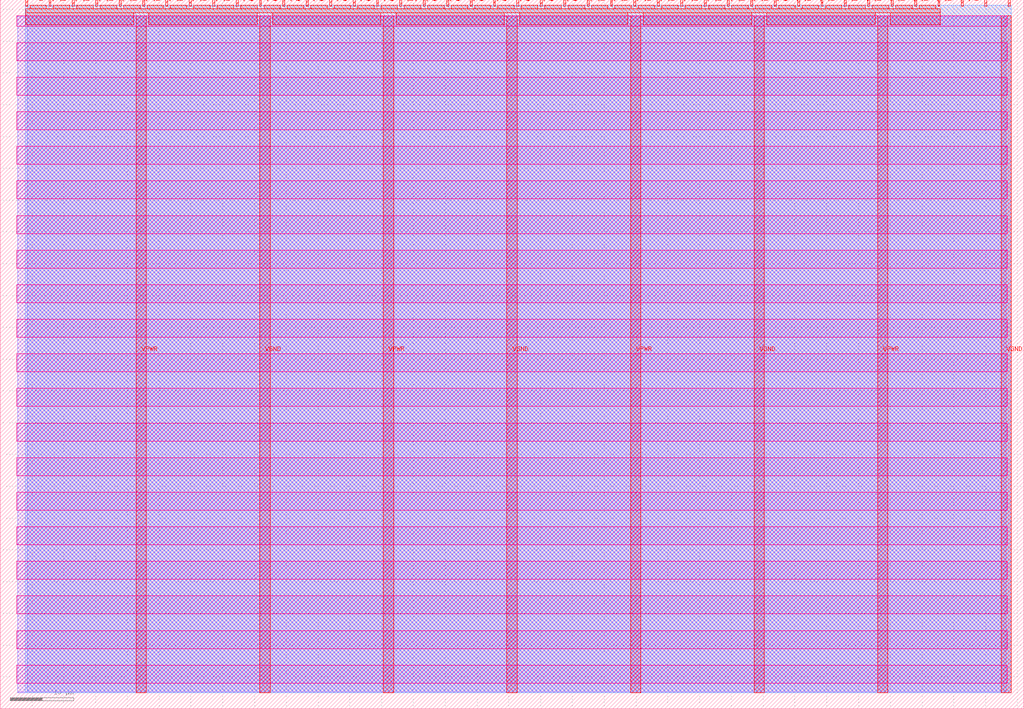
<source format=lef>
VERSION 5.7 ;
  NOWIREEXTENSIONATPIN ON ;
  DIVIDERCHAR "/" ;
  BUSBITCHARS "[]" ;
MACRO tt_um_wokwi_394425710650108929
  CLASS BLOCK ;
  FOREIGN tt_um_wokwi_394425710650108929 ;
  ORIGIN 0.000 0.000 ;
  SIZE 161.000 BY 111.520 ;
  PIN VGND
    DIRECTION INOUT ;
    USE GROUND ;
    PORT
      LAYER met4 ;
        RECT 40.830 2.480 42.430 109.040 ;
    END
    PORT
      LAYER met4 ;
        RECT 79.700 2.480 81.300 109.040 ;
    END
    PORT
      LAYER met4 ;
        RECT 118.570 2.480 120.170 109.040 ;
    END
    PORT
      LAYER met4 ;
        RECT 157.440 2.480 159.040 109.040 ;
    END
  END VGND
  PIN VPWR
    DIRECTION INOUT ;
    USE POWER ;
    PORT
      LAYER met4 ;
        RECT 21.395 2.480 22.995 109.040 ;
    END
    PORT
      LAYER met4 ;
        RECT 60.265 2.480 61.865 109.040 ;
    END
    PORT
      LAYER met4 ;
        RECT 99.135 2.480 100.735 109.040 ;
    END
    PORT
      LAYER met4 ;
        RECT 138.005 2.480 139.605 109.040 ;
    END
  END VPWR
  PIN clk
    DIRECTION INPUT ;
    USE SIGNAL ;
    PORT
      LAYER met4 ;
        RECT 154.870 110.520 155.170 111.520 ;
    END
  END clk
  PIN ena
    DIRECTION INPUT ;
    USE SIGNAL ;
    PORT
      LAYER met4 ;
        RECT 158.550 110.520 158.850 111.520 ;
    END
  END ena
  PIN rst_n
    DIRECTION INPUT ;
    USE SIGNAL ;
    PORT
      LAYER met4 ;
        RECT 151.190 110.520 151.490 111.520 ;
    END
  END rst_n
  PIN ui_in[0]
    DIRECTION INPUT ;
    USE SIGNAL ;
    ANTENNAGATEAREA 0.196500 ;
    PORT
      LAYER met4 ;
        RECT 147.510 110.520 147.810 111.520 ;
    END
  END ui_in[0]
  PIN ui_in[1]
    DIRECTION INPUT ;
    USE SIGNAL ;
    ANTENNAGATEAREA 0.196500 ;
    PORT
      LAYER met4 ;
        RECT 143.830 110.520 144.130 111.520 ;
    END
  END ui_in[1]
  PIN ui_in[2]
    DIRECTION INPUT ;
    USE SIGNAL ;
    ANTENNAGATEAREA 0.196500 ;
    PORT
      LAYER met4 ;
        RECT 140.150 110.520 140.450 111.520 ;
    END
  END ui_in[2]
  PIN ui_in[3]
    DIRECTION INPUT ;
    USE SIGNAL ;
    ANTENNAGATEAREA 0.159000 ;
    PORT
      LAYER met4 ;
        RECT 136.470 110.520 136.770 111.520 ;
    END
  END ui_in[3]
  PIN ui_in[4]
    DIRECTION INPUT ;
    USE SIGNAL ;
    ANTENNAGATEAREA 0.196500 ;
    PORT
      LAYER met4 ;
        RECT 132.790 110.520 133.090 111.520 ;
    END
  END ui_in[4]
  PIN ui_in[5]
    DIRECTION INPUT ;
    USE SIGNAL ;
    ANTENNAGATEAREA 0.196500 ;
    PORT
      LAYER met4 ;
        RECT 129.110 110.520 129.410 111.520 ;
    END
  END ui_in[5]
  PIN ui_in[6]
    DIRECTION INPUT ;
    USE SIGNAL ;
    ANTENNAGATEAREA 0.196500 ;
    PORT
      LAYER met4 ;
        RECT 125.430 110.520 125.730 111.520 ;
    END
  END ui_in[6]
  PIN ui_in[7]
    DIRECTION INPUT ;
    USE SIGNAL ;
    ANTENNAGATEAREA 0.196500 ;
    PORT
      LAYER met4 ;
        RECT 121.750 110.520 122.050 111.520 ;
    END
  END ui_in[7]
  PIN uio_in[0]
    DIRECTION INPUT ;
    USE SIGNAL ;
    PORT
      LAYER met4 ;
        RECT 118.070 110.520 118.370 111.520 ;
    END
  END uio_in[0]
  PIN uio_in[1]
    DIRECTION INPUT ;
    USE SIGNAL ;
    PORT
      LAYER met4 ;
        RECT 114.390 110.520 114.690 111.520 ;
    END
  END uio_in[1]
  PIN uio_in[2]
    DIRECTION INPUT ;
    USE SIGNAL ;
    PORT
      LAYER met4 ;
        RECT 110.710 110.520 111.010 111.520 ;
    END
  END uio_in[2]
  PIN uio_in[3]
    DIRECTION INPUT ;
    USE SIGNAL ;
    PORT
      LAYER met4 ;
        RECT 107.030 110.520 107.330 111.520 ;
    END
  END uio_in[3]
  PIN uio_in[4]
    DIRECTION INPUT ;
    USE SIGNAL ;
    PORT
      LAYER met4 ;
        RECT 103.350 110.520 103.650 111.520 ;
    END
  END uio_in[4]
  PIN uio_in[5]
    DIRECTION INPUT ;
    USE SIGNAL ;
    PORT
      LAYER met4 ;
        RECT 99.670 110.520 99.970 111.520 ;
    END
  END uio_in[5]
  PIN uio_in[6]
    DIRECTION INPUT ;
    USE SIGNAL ;
    PORT
      LAYER met4 ;
        RECT 95.990 110.520 96.290 111.520 ;
    END
  END uio_in[6]
  PIN uio_in[7]
    DIRECTION INPUT ;
    USE SIGNAL ;
    PORT
      LAYER met4 ;
        RECT 92.310 110.520 92.610 111.520 ;
    END
  END uio_in[7]
  PIN uio_oe[0]
    DIRECTION OUTPUT TRISTATE ;
    USE SIGNAL ;
    PORT
      LAYER met4 ;
        RECT 29.750 110.520 30.050 111.520 ;
    END
  END uio_oe[0]
  PIN uio_oe[1]
    DIRECTION OUTPUT TRISTATE ;
    USE SIGNAL ;
    PORT
      LAYER met4 ;
        RECT 26.070 110.520 26.370 111.520 ;
    END
  END uio_oe[1]
  PIN uio_oe[2]
    DIRECTION OUTPUT TRISTATE ;
    USE SIGNAL ;
    PORT
      LAYER met4 ;
        RECT 22.390 110.520 22.690 111.520 ;
    END
  END uio_oe[2]
  PIN uio_oe[3]
    DIRECTION OUTPUT TRISTATE ;
    USE SIGNAL ;
    PORT
      LAYER met4 ;
        RECT 18.710 110.520 19.010 111.520 ;
    END
  END uio_oe[3]
  PIN uio_oe[4]
    DIRECTION OUTPUT TRISTATE ;
    USE SIGNAL ;
    PORT
      LAYER met4 ;
        RECT 15.030 110.520 15.330 111.520 ;
    END
  END uio_oe[4]
  PIN uio_oe[5]
    DIRECTION OUTPUT TRISTATE ;
    USE SIGNAL ;
    PORT
      LAYER met4 ;
        RECT 11.350 110.520 11.650 111.520 ;
    END
  END uio_oe[5]
  PIN uio_oe[6]
    DIRECTION OUTPUT TRISTATE ;
    USE SIGNAL ;
    PORT
      LAYER met4 ;
        RECT 7.670 110.520 7.970 111.520 ;
    END
  END uio_oe[6]
  PIN uio_oe[7]
    DIRECTION OUTPUT TRISTATE ;
    USE SIGNAL ;
    PORT
      LAYER met4 ;
        RECT 3.990 110.520 4.290 111.520 ;
    END
  END uio_oe[7]
  PIN uio_out[0]
    DIRECTION OUTPUT TRISTATE ;
    USE SIGNAL ;
    PORT
      LAYER met4 ;
        RECT 59.190 110.520 59.490 111.520 ;
    END
  END uio_out[0]
  PIN uio_out[1]
    DIRECTION OUTPUT TRISTATE ;
    USE SIGNAL ;
    PORT
      LAYER met4 ;
        RECT 55.510 110.520 55.810 111.520 ;
    END
  END uio_out[1]
  PIN uio_out[2]
    DIRECTION OUTPUT TRISTATE ;
    USE SIGNAL ;
    PORT
      LAYER met4 ;
        RECT 51.830 110.520 52.130 111.520 ;
    END
  END uio_out[2]
  PIN uio_out[3]
    DIRECTION OUTPUT TRISTATE ;
    USE SIGNAL ;
    PORT
      LAYER met4 ;
        RECT 48.150 110.520 48.450 111.520 ;
    END
  END uio_out[3]
  PIN uio_out[4]
    DIRECTION OUTPUT TRISTATE ;
    USE SIGNAL ;
    PORT
      LAYER met4 ;
        RECT 44.470 110.520 44.770 111.520 ;
    END
  END uio_out[4]
  PIN uio_out[5]
    DIRECTION OUTPUT TRISTATE ;
    USE SIGNAL ;
    PORT
      LAYER met4 ;
        RECT 40.790 110.520 41.090 111.520 ;
    END
  END uio_out[5]
  PIN uio_out[6]
    DIRECTION OUTPUT TRISTATE ;
    USE SIGNAL ;
    PORT
      LAYER met4 ;
        RECT 37.110 110.520 37.410 111.520 ;
    END
  END uio_out[6]
  PIN uio_out[7]
    DIRECTION OUTPUT TRISTATE ;
    USE SIGNAL ;
    PORT
      LAYER met4 ;
        RECT 33.430 110.520 33.730 111.520 ;
    END
  END uio_out[7]
  PIN uo_out[0]
    DIRECTION OUTPUT TRISTATE ;
    USE SIGNAL ;
    ANTENNADIFFAREA 0.795200 ;
    PORT
      LAYER met4 ;
        RECT 88.630 110.520 88.930 111.520 ;
    END
  END uo_out[0]
  PIN uo_out[1]
    DIRECTION OUTPUT TRISTATE ;
    USE SIGNAL ;
    ANTENNADIFFAREA 0.445500 ;
    PORT
      LAYER met4 ;
        RECT 84.950 110.520 85.250 111.520 ;
    END
  END uo_out[1]
  PIN uo_out[2]
    DIRECTION OUTPUT TRISTATE ;
    USE SIGNAL ;
    ANTENNADIFFAREA 0.795200 ;
    PORT
      LAYER met4 ;
        RECT 81.270 110.520 81.570 111.520 ;
    END
  END uo_out[2]
  PIN uo_out[3]
    DIRECTION OUTPUT TRISTATE ;
    USE SIGNAL ;
    ANTENNADIFFAREA 0.445500 ;
    PORT
      LAYER met4 ;
        RECT 77.590 110.520 77.890 111.520 ;
    END
  END uo_out[3]
  PIN uo_out[4]
    DIRECTION OUTPUT TRISTATE ;
    USE SIGNAL ;
    ANTENNADIFFAREA 0.445500 ;
    PORT
      LAYER met4 ;
        RECT 73.910 110.520 74.210 111.520 ;
    END
  END uo_out[4]
  PIN uo_out[5]
    DIRECTION OUTPUT TRISTATE ;
    USE SIGNAL ;
    ANTENNADIFFAREA 0.445500 ;
    PORT
      LAYER met4 ;
        RECT 70.230 110.520 70.530 111.520 ;
    END
  END uo_out[5]
  PIN uo_out[6]
    DIRECTION OUTPUT TRISTATE ;
    USE SIGNAL ;
    ANTENNADIFFAREA 0.795200 ;
    PORT
      LAYER met4 ;
        RECT 66.550 110.520 66.850 111.520 ;
    END
  END uo_out[6]
  PIN uo_out[7]
    DIRECTION OUTPUT TRISTATE ;
    USE SIGNAL ;
    ANTENNADIFFAREA 0.795200 ;
    PORT
      LAYER met4 ;
        RECT 62.870 110.520 63.170 111.520 ;
    END
  END uo_out[7]
  OBS
      LAYER nwell ;
        RECT 2.570 107.385 158.430 108.990 ;
        RECT 2.570 101.945 158.430 104.775 ;
        RECT 2.570 96.505 158.430 99.335 ;
        RECT 2.570 91.065 158.430 93.895 ;
        RECT 2.570 85.625 158.430 88.455 ;
        RECT 2.570 80.185 158.430 83.015 ;
        RECT 2.570 74.745 158.430 77.575 ;
        RECT 2.570 69.305 158.430 72.135 ;
        RECT 2.570 63.865 158.430 66.695 ;
        RECT 2.570 58.425 158.430 61.255 ;
        RECT 2.570 52.985 158.430 55.815 ;
        RECT 2.570 47.545 158.430 50.375 ;
        RECT 2.570 42.105 158.430 44.935 ;
        RECT 2.570 36.665 158.430 39.495 ;
        RECT 2.570 31.225 158.430 34.055 ;
        RECT 2.570 25.785 158.430 28.615 ;
        RECT 2.570 20.345 158.430 23.175 ;
        RECT 2.570 14.905 158.430 17.735 ;
        RECT 2.570 9.465 158.430 12.295 ;
        RECT 2.570 4.025 158.430 6.855 ;
      LAYER li1 ;
        RECT 2.760 2.635 158.240 108.885 ;
      LAYER met1 ;
        RECT 2.760 2.480 159.040 109.040 ;
      LAYER met2 ;
        RECT 4.230 2.535 159.010 110.685 ;
      LAYER met3 ;
        RECT 3.950 2.555 159.030 110.665 ;
      LAYER met4 ;
        RECT 4.690 110.120 7.270 110.665 ;
        RECT 8.370 110.120 10.950 110.665 ;
        RECT 12.050 110.120 14.630 110.665 ;
        RECT 15.730 110.120 18.310 110.665 ;
        RECT 19.410 110.120 21.990 110.665 ;
        RECT 23.090 110.120 25.670 110.665 ;
        RECT 26.770 110.120 29.350 110.665 ;
        RECT 30.450 110.120 33.030 110.665 ;
        RECT 34.130 110.120 36.710 110.665 ;
        RECT 37.810 110.120 40.390 110.665 ;
        RECT 41.490 110.120 44.070 110.665 ;
        RECT 45.170 110.120 47.750 110.665 ;
        RECT 48.850 110.120 51.430 110.665 ;
        RECT 52.530 110.120 55.110 110.665 ;
        RECT 56.210 110.120 58.790 110.665 ;
        RECT 59.890 110.120 62.470 110.665 ;
        RECT 63.570 110.120 66.150 110.665 ;
        RECT 67.250 110.120 69.830 110.665 ;
        RECT 70.930 110.120 73.510 110.665 ;
        RECT 74.610 110.120 77.190 110.665 ;
        RECT 78.290 110.120 80.870 110.665 ;
        RECT 81.970 110.120 84.550 110.665 ;
        RECT 85.650 110.120 88.230 110.665 ;
        RECT 89.330 110.120 91.910 110.665 ;
        RECT 93.010 110.120 95.590 110.665 ;
        RECT 96.690 110.120 99.270 110.665 ;
        RECT 100.370 110.120 102.950 110.665 ;
        RECT 104.050 110.120 106.630 110.665 ;
        RECT 107.730 110.120 110.310 110.665 ;
        RECT 111.410 110.120 113.990 110.665 ;
        RECT 115.090 110.120 117.670 110.665 ;
        RECT 118.770 110.120 121.350 110.665 ;
        RECT 122.450 110.120 125.030 110.665 ;
        RECT 126.130 110.120 128.710 110.665 ;
        RECT 129.810 110.120 132.390 110.665 ;
        RECT 133.490 110.120 136.070 110.665 ;
        RECT 137.170 110.120 139.750 110.665 ;
        RECT 140.850 110.120 143.430 110.665 ;
        RECT 144.530 110.120 147.110 110.665 ;
        RECT 3.975 109.440 147.825 110.120 ;
        RECT 3.975 107.615 20.995 109.440 ;
        RECT 23.395 107.615 40.430 109.440 ;
        RECT 42.830 107.615 59.865 109.440 ;
        RECT 62.265 107.615 79.300 109.440 ;
        RECT 81.700 107.615 98.735 109.440 ;
        RECT 101.135 107.615 118.170 109.440 ;
        RECT 120.570 107.615 137.605 109.440 ;
        RECT 140.005 107.615 147.825 109.440 ;
  END
END tt_um_wokwi_394425710650108929
END LIBRARY


</source>
